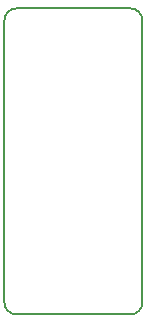
<source format=gbr>
G04 #@! TF.GenerationSoftware,KiCad,Pcbnew,(5.0.2)-1*
G04 #@! TF.CreationDate,2018-12-23T16:39:48-05:00*
G04 #@! TF.ProjectId,cardEmulator,63617264-456d-4756-9c61-746f722e6b69,rev?*
G04 #@! TF.SameCoordinates,Original*
G04 #@! TF.FileFunction,Profile,NP*
%FSLAX46Y46*%
G04 Gerber Fmt 4.6, Leading zero omitted, Abs format (unit mm)*
G04 Created by KiCad (PCBNEW (5.0.2)-1) date 12/23/2018 4:39:48 PM*
%MOMM*%
%LPD*%
G01*
G04 APERTURE LIST*
%ADD10C,0.150000*%
G04 APERTURE END LIST*
D10*
X124079000Y-105384500D02*
G75*
G02X123063000Y-106400500I-1016000J0D01*
G01*
X113411000Y-106400500D02*
G75*
G02X112395000Y-105384500I0J1016000D01*
G01*
X112395000Y-81508500D02*
G75*
G02X113411000Y-80492500I1016000J0D01*
G01*
X123063000Y-80492500D02*
G75*
G02X124079000Y-81508500I0J-1016000D01*
G01*
X112395000Y-105384500D02*
X112395000Y-81508500D01*
X123063000Y-106400500D02*
X113411000Y-106400500D01*
X124079000Y-81508500D02*
X124079000Y-105384500D01*
X113411000Y-80492500D02*
X123063000Y-80492500D01*
M02*

</source>
